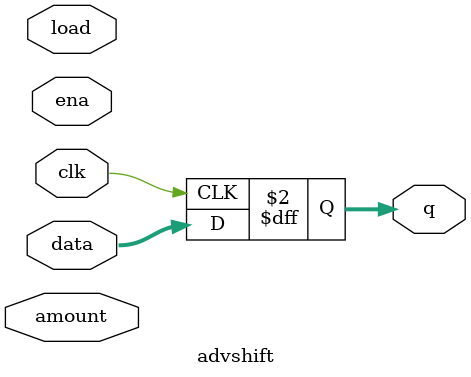
<source format=v>
module advshift(input clk,
input load,
input ena,
input [1:0] amount,
input [63:0] data,
output reg [63:0] q); 
// when load is high, assign data[63:0] to shift register q.
// if ena is high, shift q.
// amount: Chooses which direction and how much to shift.
// 2'b00: shift left by 1 bit.
// 2'b01: shift left by 8 bits.
// 2'b10: shift right by 1 bit.
// 2'b11: shift right by 8 bits.

  always @(posedge clk)

   q[63:0] <= data[63:0];
endmodule

</source>
